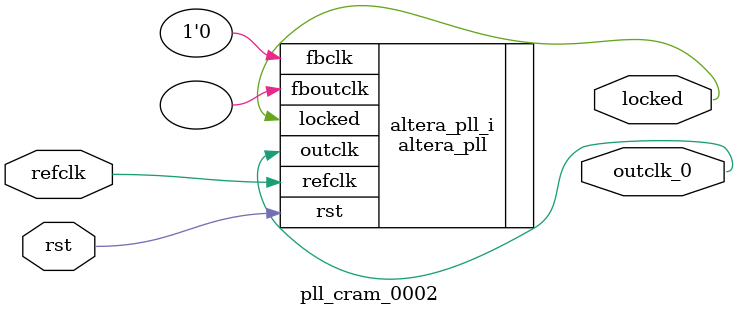
<source format=v>
`timescale 1ns/10ps
module  pll_cram_0002(

	// interface 'refclk'
	input wire refclk,

	// interface 'reset'
	input wire rst,

	// interface 'outclk0'
	output wire outclk_0,

	// interface 'locked'
	output wire locked
);

	altera_pll #(
		.fractional_vco_multiplier("true"),
		.reference_clock_frequency("74.5 MHz"),
		.operation_mode("direct"),
		.number_of_clocks(1),
		.output_clock_frequency0("133.000000 MHz"),
		.phase_shift0("0 ps"),
		.duty_cycle0(50),
		.output_clock_frequency1("0 MHz"),
		.phase_shift1("0 ps"),
		.duty_cycle1(50),
		.output_clock_frequency2("0 MHz"),
		.phase_shift2("0 ps"),
		.duty_cycle2(50),
		.output_clock_frequency3("0 MHz"),
		.phase_shift3("0 ps"),
		.duty_cycle3(50),
		.output_clock_frequency4("0 MHz"),
		.phase_shift4("0 ps"),
		.duty_cycle4(50),
		.output_clock_frequency5("0 MHz"),
		.phase_shift5("0 ps"),
		.duty_cycle5(50),
		.output_clock_frequency6("0 MHz"),
		.phase_shift6("0 ps"),
		.duty_cycle6(50),
		.output_clock_frequency7("0 MHz"),
		.phase_shift7("0 ps"),
		.duty_cycle7(50),
		.output_clock_frequency8("0 MHz"),
		.phase_shift8("0 ps"),
		.duty_cycle8(50),
		.output_clock_frequency9("0 MHz"),
		.phase_shift9("0 ps"),
		.duty_cycle9(50),
		.output_clock_frequency10("0 MHz"),
		.phase_shift10("0 ps"),
		.duty_cycle10(50),
		.output_clock_frequency11("0 MHz"),
		.phase_shift11("0 ps"),
		.duty_cycle11(50),
		.output_clock_frequency12("0 MHz"),
		.phase_shift12("0 ps"),
		.duty_cycle12(50),
		.output_clock_frequency13("0 MHz"),
		.phase_shift13("0 ps"),
		.duty_cycle13(50),
		.output_clock_frequency14("0 MHz"),
		.phase_shift14("0 ps"),
		.duty_cycle14(50),
		.output_clock_frequency15("0 MHz"),
		.phase_shift15("0 ps"),
		.duty_cycle15(50),
		.output_clock_frequency16("0 MHz"),
		.phase_shift16("0 ps"),
		.duty_cycle16(50),
		.output_clock_frequency17("0 MHz"),
		.phase_shift17("0 ps"),
		.duty_cycle17(50),
		.pll_type("General"),
		.pll_subtype("General")
	) altera_pll_i (
		.rst	(rst),
		.outclk	({outclk_0}),
		.locked	(locked),
		.fboutclk	( ),
		.fbclk	(1'b0),
		.refclk	(refclk)
	);
endmodule


</source>
